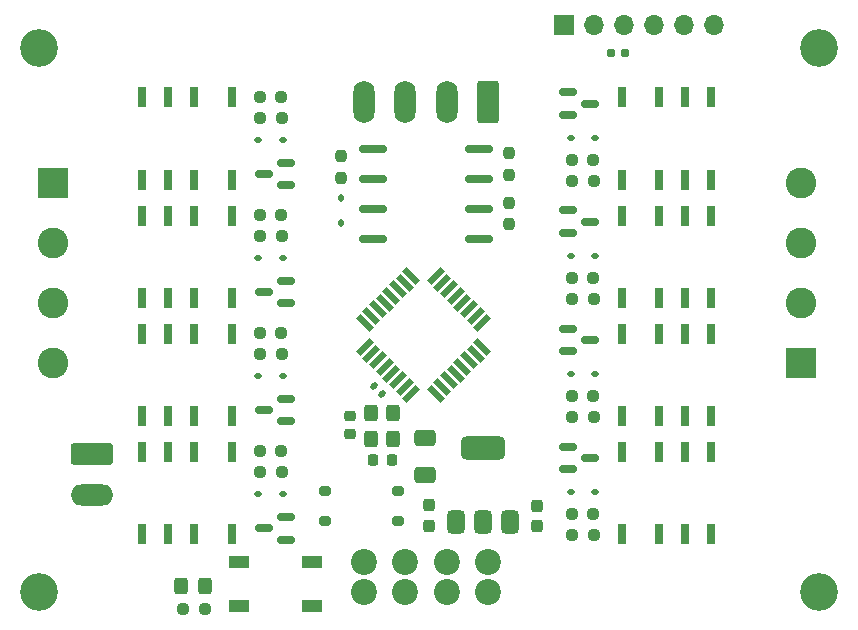
<source format=gbr>
%TF.GenerationSoftware,KiCad,Pcbnew,8.0.2*%
%TF.CreationDate,2024-10-13T21:39:52+02:00*%
%TF.ProjectId,OS-RelayDecoder-8,4f532d52-656c-4617-9944-65636f646572,rev?*%
%TF.SameCoordinates,Original*%
%TF.FileFunction,Soldermask,Top*%
%TF.FilePolarity,Negative*%
%FSLAX46Y46*%
G04 Gerber Fmt 4.6, Leading zero omitted, Abs format (unit mm)*
G04 Created by KiCad (PCBNEW 8.0.2) date 2024-10-13 21:39:52*
%MOMM*%
%LPD*%
G01*
G04 APERTURE LIST*
G04 Aperture macros list*
%AMRoundRect*
0 Rectangle with rounded corners*
0 $1 Rounding radius*
0 $2 $3 $4 $5 $6 $7 $8 $9 X,Y pos of 4 corners*
0 Add a 4 corners polygon primitive as box body*
4,1,4,$2,$3,$4,$5,$6,$7,$8,$9,$2,$3,0*
0 Add four circle primitives for the rounded corners*
1,1,$1+$1,$2,$3*
1,1,$1+$1,$4,$5*
1,1,$1+$1,$6,$7*
1,1,$1+$1,$8,$9*
0 Add four rect primitives between the rounded corners*
20,1,$1+$1,$2,$3,$4,$5,0*
20,1,$1+$1,$4,$5,$6,$7,0*
20,1,$1+$1,$6,$7,$8,$9,0*
20,1,$1+$1,$8,$9,$2,$3,0*%
%AMRotRect*
0 Rectangle, with rotation*
0 The origin of the aperture is its center*
0 $1 length*
0 $2 width*
0 $3 Rotation angle, in degrees counterclockwise*
0 Add horizontal line*
21,1,$1,$2,0,0,$3*%
G04 Aperture macros list end*
%ADD10RoundRect,0.250000X-0.325000X-0.450000X0.325000X-0.450000X0.325000X0.450000X-0.325000X0.450000X0*%
%ADD11RoundRect,0.250000X-0.650000X0.412500X-0.650000X-0.412500X0.650000X-0.412500X0.650000X0.412500X0*%
%ADD12C,3.200000*%
%ADD13RoundRect,0.112500X-0.187500X-0.112500X0.187500X-0.112500X0.187500X0.112500X-0.187500X0.112500X0*%
%ADD14RoundRect,0.237500X0.250000X0.237500X-0.250000X0.237500X-0.250000X-0.237500X0.250000X-0.237500X0*%
%ADD15RoundRect,0.150000X-0.587500X-0.150000X0.587500X-0.150000X0.587500X0.150000X-0.587500X0.150000X0*%
%ADD16R,0.800000X1.800000*%
%ADD17RoundRect,0.250000X-1.550000X0.650000X-1.550000X-0.650000X1.550000X-0.650000X1.550000X0.650000X0*%
%ADD18O,3.600000X1.800000*%
%ADD19RoundRect,0.225000X0.250000X-0.225000X0.250000X0.225000X-0.250000X0.225000X-0.250000X-0.225000X0*%
%ADD20R,1.800000X1.100000*%
%ADD21RoundRect,0.237500X-0.250000X-0.237500X0.250000X-0.237500X0.250000X0.237500X-0.250000X0.237500X0*%
%ADD22RotRect,1.600000X0.550000X45.000000*%
%ADD23RotRect,1.600000X0.550000X135.000000*%
%ADD24RoundRect,0.200000X-0.300000X-0.200000X0.300000X-0.200000X0.300000X0.200000X-0.300000X0.200000X0*%
%ADD25RoundRect,0.250000X0.650000X1.550000X-0.650000X1.550000X-0.650000X-1.550000X0.650000X-1.550000X0*%
%ADD26O,1.800000X3.600000*%
%ADD27RoundRect,0.237500X-0.237500X0.250000X-0.237500X-0.250000X0.237500X-0.250000X0.237500X0.250000X0*%
%ADD28RoundRect,0.112500X0.187500X0.112500X-0.187500X0.112500X-0.187500X-0.112500X0.187500X-0.112500X0*%
%ADD29RoundRect,0.375000X0.375000X-0.625000X0.375000X0.625000X-0.375000X0.625000X-0.375000X-0.625000X0*%
%ADD30RoundRect,0.500000X1.400000X-0.500000X1.400000X0.500000X-1.400000X0.500000X-1.400000X-0.500000X0*%
%ADD31RoundRect,0.112500X-0.112500X0.187500X-0.112500X-0.187500X0.112500X-0.187500X0.112500X0.187500X0*%
%ADD32R,2.600000X2.600000*%
%ADD33C,2.600000*%
%ADD34RoundRect,0.160000X-0.197500X-0.160000X0.197500X-0.160000X0.197500X0.160000X-0.197500X0.160000X0*%
%ADD35RoundRect,0.150000X0.587500X0.150000X-0.587500X0.150000X-0.587500X-0.150000X0.587500X-0.150000X0*%
%ADD36RoundRect,0.300000X-0.300000X0.400000X-0.300000X-0.400000X0.300000X-0.400000X0.300000X0.400000X0*%
%ADD37RoundRect,0.140000X0.219203X0.021213X0.021213X0.219203X-0.219203X-0.021213X-0.021213X-0.219203X0*%
%ADD38C,2.200000*%
%ADD39RoundRect,0.225000X-0.225000X-0.250000X0.225000X-0.250000X0.225000X0.250000X-0.225000X0.250000X0*%
%ADD40RoundRect,0.237500X0.237500X-0.300000X0.237500X0.300000X-0.237500X0.300000X-0.237500X-0.300000X0*%
%ADD41RoundRect,0.162500X-1.012500X-0.162500X1.012500X-0.162500X1.012500X0.162500X-1.012500X0.162500X0*%
%ADD42R,1.700000X1.700000*%
%ADD43O,1.700000X1.700000*%
G04 APERTURE END LIST*
D10*
%TO.C,D201*%
X61952000Y-125503500D03*
X64002000Y-125503500D03*
%TD*%
D11*
%TO.C,C303*%
X82677000Y-112991500D03*
X82677000Y-116116500D03*
%TD*%
D12*
%TO.C,H104*%
X50000000Y-126000000D03*
%TD*%
D13*
%TO.C,D302*%
X94986500Y-97590907D03*
X97086500Y-97590907D03*
%TD*%
D14*
%TO.C,R901*%
X70524500Y-105873907D03*
X68699500Y-105873907D03*
%TD*%
D15*
%TO.C,Q401*%
X94718000Y-103719907D03*
X94718000Y-105619907D03*
X96593000Y-104669907D03*
%TD*%
D16*
%TO.C,K1001*%
X66300000Y-94151907D03*
X63100000Y-94151907D03*
X60900000Y-94151907D03*
X58700000Y-94151907D03*
X58700000Y-101151907D03*
X60900000Y-101151907D03*
X63100000Y-101151907D03*
X66300000Y-101151907D03*
%TD*%
D12*
%TO.C,H101*%
X116000000Y-80000000D03*
%TD*%
D17*
%TO.C,J101*%
X54432500Y-114305000D03*
D18*
X54432500Y-117805000D03*
%TD*%
D19*
%TO.C,C201*%
X76292000Y-112663592D03*
X76292000Y-111113592D03*
%TD*%
D20*
%TO.C,SW601*%
X66900000Y-123499000D03*
X73100000Y-123499000D03*
X66900000Y-127199000D03*
X73100000Y-127199000D03*
%TD*%
D15*
%TO.C,Q501*%
X94718000Y-113719907D03*
X94718000Y-115619907D03*
X96593000Y-114669907D03*
%TD*%
D21*
%TO.C,R201*%
X62175000Y-127494500D03*
X64000000Y-127494500D03*
%TD*%
D16*
%TO.C,K501*%
X99300000Y-121151907D03*
X102500000Y-121151907D03*
X104700000Y-121151907D03*
X106900000Y-121151907D03*
X106900000Y-114151907D03*
X104700000Y-114151907D03*
X102500000Y-114151907D03*
X99300000Y-114151907D03*
%TD*%
D14*
%TO.C,R204*%
X96924000Y-91207907D03*
X95099000Y-91207907D03*
%TD*%
D21*
%TO.C,R203*%
X95075500Y-89429907D03*
X96900500Y-89429907D03*
%TD*%
D22*
%TO.C,U202*%
X77538897Y-105283897D03*
X78104583Y-105849582D03*
X78670268Y-106415268D03*
X79235953Y-106980953D03*
X79801639Y-107546639D03*
X80367324Y-108112324D03*
X80933010Y-108678009D03*
X81498695Y-109243695D03*
D23*
X83549305Y-109243695D03*
X84114990Y-108678009D03*
X84680676Y-108112324D03*
X85246361Y-107546639D03*
X85812047Y-106980953D03*
X86377732Y-106415268D03*
X86943417Y-105849582D03*
X87509103Y-105283897D03*
D22*
X87509103Y-103233287D03*
X86943417Y-102667602D03*
X86377732Y-102101916D03*
X85812047Y-101536231D03*
X85246361Y-100970545D03*
X84680676Y-100404860D03*
X84114990Y-99839175D03*
X83549305Y-99273489D03*
D23*
X81498695Y-99273489D03*
X80933010Y-99839175D03*
X80367324Y-100404860D03*
X79801639Y-100970545D03*
X79235953Y-101536231D03*
X78670268Y-102101916D03*
X78104583Y-102667602D03*
X77538897Y-103233287D03*
%TD*%
D24*
%TO.C,D301*%
X74201000Y-117467000D03*
X74201000Y-120007000D03*
X80351000Y-120007000D03*
X80351000Y-117467000D03*
%TD*%
D16*
%TO.C,K201*%
X99300000Y-91151907D03*
X102500000Y-91151907D03*
X104700000Y-91151907D03*
X106900000Y-91151907D03*
X106900000Y-84151907D03*
X104700000Y-84151907D03*
X102500000Y-84151907D03*
X99300000Y-84151907D03*
%TD*%
D14*
%TO.C,R302*%
X96924000Y-101207907D03*
X95099000Y-101207907D03*
%TD*%
D25*
%TO.C,J701*%
X88000000Y-84500000D03*
D26*
X84500000Y-84500000D03*
X81000000Y-84500000D03*
X77500000Y-84500000D03*
%TD*%
D27*
%TO.C,R3*%
X89802000Y-88868500D03*
X89802000Y-90693500D03*
%TD*%
D28*
%TO.C,D1101*%
X70613500Y-87712907D03*
X68513500Y-87712907D03*
%TD*%
D29*
%TO.C,U301*%
X85263000Y-120109000D03*
X87563000Y-120109000D03*
D30*
X87563000Y-113809000D03*
D29*
X89863000Y-120109000D03*
%TD*%
D21*
%TO.C,R802*%
X68676000Y-114095907D03*
X70501000Y-114095907D03*
%TD*%
D14*
%TO.C,R1001*%
X70524500Y-95873907D03*
X68699500Y-95873907D03*
%TD*%
D16*
%TO.C,K901*%
X66300000Y-104151907D03*
X63100000Y-104151907D03*
X60900000Y-104151907D03*
X58700000Y-104151907D03*
X58700000Y-111151907D03*
X60900000Y-111151907D03*
X63100000Y-111151907D03*
X66300000Y-111151907D03*
%TD*%
D31*
%TO.C,D1*%
X75578000Y-92668000D03*
X75578000Y-94768000D03*
%TD*%
D21*
%TO.C,R301*%
X95075500Y-99429907D03*
X96900500Y-99429907D03*
%TD*%
D14*
%TO.C,R1101*%
X70524500Y-85873907D03*
X68699500Y-85873907D03*
%TD*%
D32*
%TO.C,J103*%
X51195000Y-91380000D03*
D33*
X51195000Y-96460000D03*
X51195000Y-101540000D03*
X51195000Y-106620000D03*
%TD*%
D12*
%TO.C,H102*%
X116000000Y-126000000D03*
%TD*%
D34*
%TO.C,R202*%
X98402500Y-80391000D03*
X99597500Y-80391000D03*
%TD*%
D27*
%TO.C,R5*%
X75578000Y-89122500D03*
X75578000Y-90947500D03*
%TD*%
D28*
%TO.C,D901*%
X70613500Y-107712907D03*
X68513500Y-107712907D03*
%TD*%
D35*
%TO.C,Q1101*%
X70882000Y-91583907D03*
X70882000Y-89683907D03*
X69007000Y-90633907D03*
%TD*%
D21*
%TO.C,R501*%
X95075500Y-119429907D03*
X96900500Y-119429907D03*
%TD*%
D36*
%TO.C,Y201*%
X78043000Y-110831592D03*
X78043000Y-113031592D03*
X79943000Y-113031592D03*
X79943000Y-110831592D03*
%TD*%
D13*
%TO.C,D501*%
X94986500Y-117590907D03*
X97086500Y-117590907D03*
%TD*%
D14*
%TO.C,R801*%
X70524500Y-115873907D03*
X68699500Y-115873907D03*
%TD*%
D15*
%TO.C,Q301*%
X94718000Y-93719907D03*
X94718000Y-95619907D03*
X96593000Y-94669907D03*
%TD*%
D37*
%TO.C,C202*%
X79054000Y-109221592D03*
X78375178Y-108542770D03*
%TD*%
D38*
%TO.C,J702*%
X88000000Y-123500000D03*
X88000000Y-126000000D03*
X84500000Y-123500000D03*
X84500000Y-126000000D03*
X81000000Y-123500000D03*
X81000000Y-126000000D03*
X77500000Y-123500000D03*
X77500000Y-126000000D03*
%TD*%
D16*
%TO.C,K1101*%
X66300000Y-84151907D03*
X63100000Y-84151907D03*
X60900000Y-84151907D03*
X58700000Y-84151907D03*
X58700000Y-91151907D03*
X60900000Y-91151907D03*
X63100000Y-91151907D03*
X66300000Y-91151907D03*
%TD*%
D21*
%TO.C,R401*%
X95075500Y-109429907D03*
X96900500Y-109429907D03*
%TD*%
D39*
%TO.C,C203*%
X78279000Y-114809592D03*
X79829000Y-114809592D03*
%TD*%
D35*
%TO.C,Q801*%
X70882000Y-121583907D03*
X70882000Y-119683907D03*
X69007000Y-120633907D03*
%TD*%
D16*
%TO.C,K401*%
X99300000Y-111151907D03*
X102500000Y-111151907D03*
X104700000Y-111151907D03*
X106900000Y-111151907D03*
X106900000Y-104151907D03*
X104700000Y-104151907D03*
X102500000Y-104151907D03*
X99300000Y-104151907D03*
%TD*%
D13*
%TO.C,D401*%
X94986500Y-107590907D03*
X97086500Y-107590907D03*
%TD*%
D21*
%TO.C,R902*%
X68676000Y-104095907D03*
X70501000Y-104095907D03*
%TD*%
D35*
%TO.C,Q1001*%
X70882000Y-101583907D03*
X70882000Y-99683907D03*
X69007000Y-100633907D03*
%TD*%
D40*
%TO.C,C301*%
X92131000Y-120427000D03*
X92131000Y-118702000D03*
%TD*%
D21*
%TO.C,R1002*%
X68676000Y-94095907D03*
X70501000Y-94095907D03*
%TD*%
D41*
%TO.C,U3*%
X78212000Y-88511000D03*
X78212000Y-91051000D03*
X78212000Y-93591000D03*
X78212000Y-96131000D03*
X87262000Y-96131000D03*
X87262000Y-93591000D03*
X87262000Y-91051000D03*
X87262000Y-88511000D03*
%TD*%
D14*
%TO.C,R402*%
X96924000Y-111207907D03*
X95099000Y-111207907D03*
%TD*%
D28*
%TO.C,D1001*%
X70613500Y-97712907D03*
X68513500Y-97712907D03*
%TD*%
D35*
%TO.C,Q901*%
X70882000Y-111583907D03*
X70882000Y-109683907D03*
X69007000Y-110633907D03*
%TD*%
D28*
%TO.C,D801*%
X70613500Y-117712907D03*
X68513500Y-117712907D03*
%TD*%
D13*
%TO.C,D202*%
X94986500Y-87590907D03*
X97086500Y-87590907D03*
%TD*%
D12*
%TO.C,H103*%
X50000000Y-80000000D03*
%TD*%
D16*
%TO.C,K301*%
X99300000Y-101151907D03*
X102500000Y-101151907D03*
X104700000Y-101151907D03*
X106900000Y-101151907D03*
X106900000Y-94151907D03*
X104700000Y-94151907D03*
X102500000Y-94151907D03*
X99300000Y-94151907D03*
%TD*%
D27*
%TO.C,R4*%
X89802000Y-93059500D03*
X89802000Y-94884500D03*
%TD*%
D14*
%TO.C,R502*%
X96924000Y-121207907D03*
X95099000Y-121207907D03*
%TD*%
D42*
%TO.C,J202*%
X94460000Y-78000000D03*
D43*
X97000000Y-78000000D03*
X99540000Y-78000000D03*
X102080000Y-78000000D03*
X104620000Y-78000000D03*
X107160000Y-78000000D03*
%TD*%
D15*
%TO.C,Q201*%
X94718000Y-83719907D03*
X94718000Y-85619907D03*
X96593000Y-84669907D03*
%TD*%
D32*
%TO.C,J102*%
X114500000Y-106620000D03*
D33*
X114500000Y-101540000D03*
X114500000Y-96460000D03*
X114500000Y-91380000D03*
%TD*%
D21*
%TO.C,R1102*%
X68676000Y-84095907D03*
X70501000Y-84095907D03*
%TD*%
D16*
%TO.C,K801*%
X66300000Y-114151907D03*
X63100000Y-114151907D03*
X60900000Y-114151907D03*
X58700000Y-114151907D03*
X58700000Y-121151907D03*
X60900000Y-121151907D03*
X63100000Y-121151907D03*
X66300000Y-121151907D03*
%TD*%
D40*
%TO.C,C302*%
X82987000Y-120400500D03*
X82987000Y-118675500D03*
%TD*%
M02*

</source>
